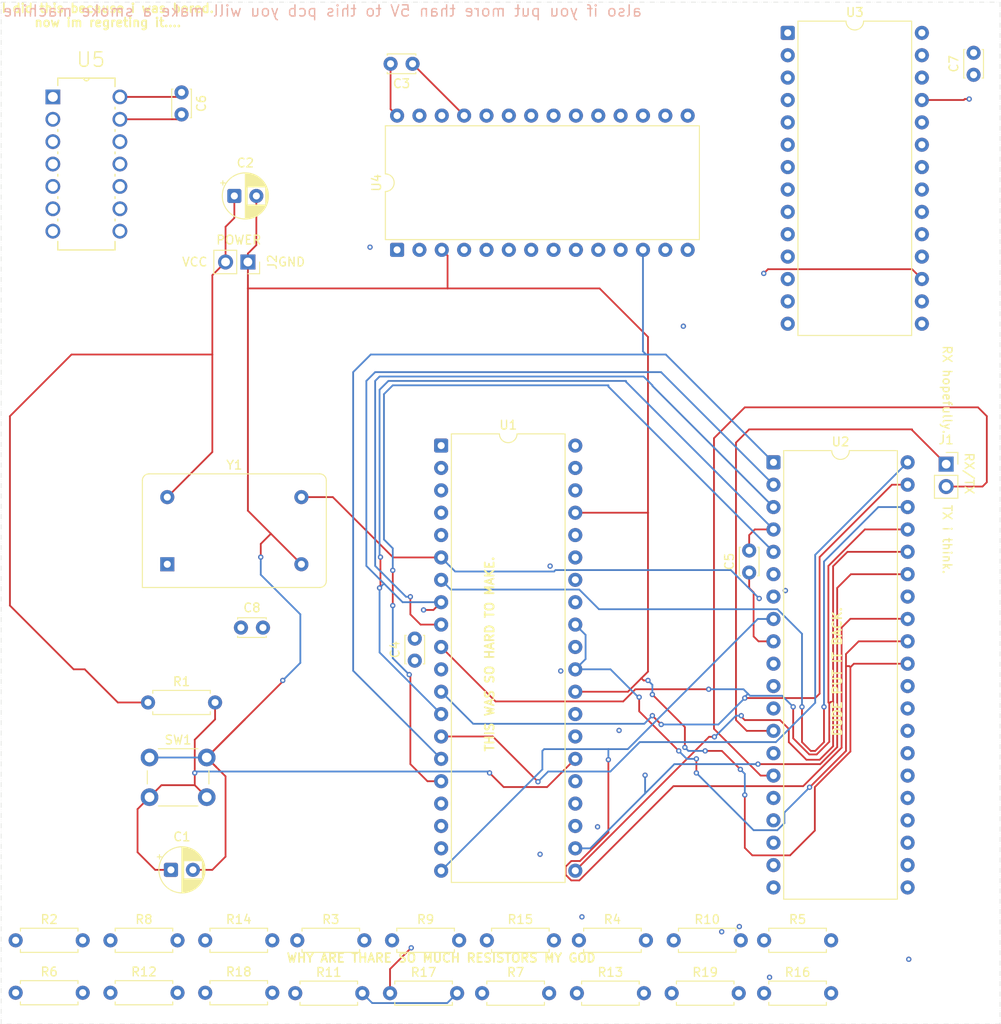
<source format=kicad_pcb>
(kicad_pcb (version 20241229) (generator "pcbnew") (generator_version "9.0")
  (layers (0 "F.Cu" signal) (4 "In1.Cu" signal) (6 "In2.Cu" signal) (2 "B.Cu" signal) (13 "F.Paste" user) (15 "B.Paste" user) (5 "F.SilkS" user "F.Silkscreen") (7 "B.SilkS" user "B.Silkscreen") (1 "F.Mask" user) (3 "B.Mask" user) (25 "Edge.Cuts" user))
  (net 0 "")
  (net 2 "Net-(U1-~{WAIT})")
  (net 3 "Net-(U1-~{HALT})")
  (net 4 "Net-(U1-~{NMI})")
  (net 5 "Net-(U1-A_{6})")
  (net 6 "Net-(U1-A_{1})")
  (net 7 "Net-(U1-A_{4})")
  (net 10 "Net-(U1-~{BUSREQ})")
  (net 11 "Net-(U1-~{BUSACK})")
  (net 13 "Net-(U1-A_{14})")
  (net 14 "Net-(U1-A_{5})")
  (net 15 "Net-(U1-~{RESET})")
  (net 16 "Net-(U1-A_{9})")
  (net 17 "Net-(U1-A_{10})")
  (net 18 "Net-(U1-CLK)")
  (net 20 "/GND")
  (net 21 "Net-(J1-Pin_1)")
  (net 22 "Net-(J1-Pin_2)")
  (net 23 "Net-(U1-~{INT})")
  (net 24 "Net-(U1-D_{1})")
  (net 25 "Net-(U1-~{IORQ})")
  (net 26 "Net-(U1-D_{4})")
  (net 27 "Net-(U2-IEO)")
  (net 28 "Net-(U2-IEI)")
  (net 29 "Net-(U2-~{SYNCA})")
  (net 30 "Net-(U2-~{W{slash}REQA})")
  (net 32 "Net-(U2-~{W{slash}REQB})")
  (net 33 "Net-(U2-~{DTR{slash}REQB})")
  (net 36 "Net-(U2-~{CTSB})")
  (net 37 "Net-(U2-~{DCDB})")
  (net 38 "Net-(U2-~{CTSA})")
  (net 39 "Net-(U2-~{DTR{slash}REQA})")
  (net 41 "Net-(U2-~{SYNCB})")
  (net 49 "Net-(J2-Pin_2)")
  (footprint "Resistor_THT:R_Axial_DIN0207_L6.3mm_D2.5mm_P7.62mm_Horizontal" (layer "F.Cu") (at 158.92 134.5)
    (property "Reference" "R13")
    (property "Value" "10k")
  )
  (footprint "Resistor_THT:R_Axial_DIN0207_L6.3mm_D2.5mm_P7.62mm_Horizontal" (layer "F.Cu") (at 148.69 128.5)
    (property "Reference" "R15")
    (property "Value" "10k")
  )
  (footprint "Resistor_THT:R_Axial_DIN0207_L6.3mm_D2.5mm_P7.62mm_Horizontal" (layer "F.Cu") (at 159.15 128.5)
    (property "Reference" "R4")
    (property "Value" "10k")
  )
  (footprint "Resistor_THT:R_Axial_DIN0207_L6.3mm_D2.5mm_P7.62mm_Horizontal" (layer "F.Cu") (at 148.15 134.5)
    (property "Reference" "R7")
    (property "Value" "10k")
  )
  (footprint "Resistor_THT:R_Axial_DIN0207_L6.3mm_D2.5mm_P7.62mm_Horizontal" (layer "F.Cu") (at 95.15 134.45)
    (property "Reference" "R6")
    (property "Value" "10k")
  )
  (footprint "Resistor_THT:R_Axial_DIN0207_L6.3mm_D2.5mm_P7.62mm_Horizontal" (layer "F.Cu") (at 127.15 128.5)
    (property "Reference" "R3")
    (property "Value" "10k")
  )
  (footprint "Capacitor_THT:C_Disc_D3.0mm_W2.0mm_P2.50mm" (layer "F.Cu") (at 114 32.25 -90)
    (property "Reference" "C6")
    (property "Value" "C_0.1µF")
  )
  (footprint "Resistor_THT:R_Axial_DIN0207_L6.3mm_D2.5mm_P7.62mm_Horizontal" (layer "F.Cu") (at 180.19 128.5)
    (property "Reference" "R5")
    (property "Value" "10k")
  )
  (footprint "Resistor_THT:R_Axial_DIN0207_L6.3mm_D2.5mm_P7.62mm_Horizontal" (layer "F.Cu") (at 126.92 134.5)
    (property "Reference" "R11")
    (property "Value" "10k")
  )
  (footprint "Capacitor_THT:CP_Radial_D5.0mm_P2.50mm" (layer "F.Cu") (at 112.7949 120.5)
    (property "Reference" "C1")
    (property "Value" "C_Polarized,10µF")
  )
  (footprint "Oscillator:Oscillator_DIP-14" (layer "F.Cu") (at 112.38 85.81)
    (property "Reference" "Y1")
    (property "Value" "GTXO-14T 4MHZ")
  )
  (footprint "Resistor_THT:R_Axial_DIN0207_L6.3mm_D2.5mm_P7.62mm_Horizontal" (layer "F.Cu") (at 95.15 128.5)
    (property "Reference" "R2")
    (property "Value" "10k")
  )
  (footprint "Capacitor_THT:CP_Radial_D5.0mm_P2.50mm" (layer "F.Cu") (at 120 44)
    (property "Reference" "C2")
    (property "Value" "C_Polarized,22µF")
  )
  (footprint "Resistor_THT:R_Axial_DIN0207_L6.3mm_D2.5mm_P7.62mm_Horizontal" (layer "F.Cu") (at 137.92 128.5)
    (property "Reference" "R9")
    (property "Value" "10k")
  )
  (footprint "Package_DIP:DIP-40_W15.24mm" (layer "F.Cu") (at 143.5 72.34)
    (property "Reference" "U1")
    (property "Value" "Z84C0020PEC")
  )
  (footprint "Resistor_THT:R_Axial_DIN0207_L6.3mm_D2.5mm_P7.62mm_Horizontal" (layer "F.Cu") (at 116.69 128.5)
    (property "Reference" "R14")
    (property "Value" "10k")
  )
  (footprint "Resistor_THT:R_Axial_DIN0207_L6.3mm_D2.5mm_P7.62mm_Horizontal" (layer "F.Cu") (at 180.19 134.5)
    (property "Reference" "R16")
    (property "Value" "10k")
  )
  (footprint "Resistor_THT:R_Axial_DIN0207_L6.3mm_D2.5mm_P7.62mm_Horizontal" (layer "F.Cu") (at 169.92 128.5)
    (property "Reference" "R10")
    (property "Value" "10k")
  )
  (footprint "Resistor_THT:R_Axial_DIN0207_L6.3mm_D2.5mm_P7.62mm_Horizontal" (layer "F.Cu") (at 105.92 134.45)
    (property "Reference" "R12")
    (property "Value" "10k")
  )
  (footprint "Package_DIP:DIP-40_W15.24mm" (layer "F.Cu") (at 181.26 74.24)
    (property "Reference" "U2")
    (property "Value" "Z8530")
  )
  (footprint "Connector_PinSocket_2.54mm:PinSocket_1x02_P2.54mm_Vertical" (layer "F.Cu") (at 200.88 74.45)
    (property "Reference" "J1")
    (property "Value" "Conn_01x02_Pin")
  )
  (footprint "Package_DIP:DIP-28_W15.24mm" (layer "F.Cu") (at 182.88 25.49)
    (property "Reference" "U3")
    (property "Value" "KM62256CLP")
  )
  (footprint "Resistor_THT:R_Axial_DIN0207_L6.3mm_D2.5mm_P7.62mm_Horizontal" (layer "F.Cu") (at 105.92 128.5)
    (property "Reference" "R8")
    (property "Value" "10k")
  )
  (footprint "Capacitor_THT:C_Disc_D3.0mm_W2.0mm_P2.50mm" (layer "F.Cu") (at 178.5 86.75 90)
    (property "Reference" "C5")
    (property "Value" "C_0.1µF")
  )
  (footprint "Package_DIP:DIP-28_W15.24mm" (layer "F.Cu") (at 138.49 50.12 90)
    (property "Reference" "U4")
    (property "Value" "27C256")
  )
  (footprint "Resistor_THT:R_Axial_DIN0207_L6.3mm_D2.5mm_P7.62mm_Horizontal" (layer "F.Cu") (at 116.69 134.45)
    (property "Reference" "R18")
    (property "Value" "10k")
  )
  (footprint "Connector_PinSocket_2.54mm:PinSocket_1x02_P2.54mm_Vertical" (layer "F.Cu") (at 121.54 51.5 -90)
    (property "Reference" "J2")
    (property "Value" "Conn_01x02_Pin")
  )
  (footprint "Resistor_THT:R_Axial_DIN0207_L6.3mm_D2.5mm_P7.62mm_Horizontal" (layer "F.Cu") (at 137.69 134.5)
    (property "Reference" "R17")
    (property "Value" "10k")
  )
  (footprint "Capacitor_THT:C_Disc_D3.0mm_W2.0mm_P2.50mm" (layer "F.Cu") (at 204 30.25 90)
    (property "Reference" "C7")
    (property "Value" "C_0.1µF")
  )
  (footprint "Resistor_THT:R_Axial_DIN0207_L6.3mm_D2.5mm_P7.62mm_Horizontal" (layer "F.Cu") (at 169.69 134.5)
    (property "Reference" "R19")
    (property "Value" "10k")
  )
  (footprint "Capacitor_THT:C_Disc_D3.0mm_W2.0mm_P2.50mm" (layer "F.Cu") (at 140.25 29 180)
    (property "Reference" "C3")
    (property "Value" "C_0.1µF")
  )
  (footprint "Button_Switch_THT:SW_PUSH_6mm" (layer "F.Cu") (at 110.3602 107.75)
    (property "Reference" "SW1")
    (property "Value" "SW_Push")
  )
  (footprint "74HC04N_652 (1):DIP254P762X420-14" (layer "F.Cu") (at 107 48)
    (property "Reference" "U5")
    (property "Value" "74HC04N_652")
  )
  (footprint "Resistor_THT:R_Axial_DIN0207_L6.3mm_D2.5mm_P7.62mm_Horizontal" (layer "F.Cu") (at 110.19 101.5)
    (property "Reference" "R1")
    (property "Value" "10k")
  )
  (footprint "Capacitor_THT:C_Disc_D3.0mm_W2.0mm_P2.50mm" (layer "F.Cu") (at 140.5 96.75 90)
    (property "Reference" "C4")
    (property "Value" "C_0.1µF")
  )
  (footprint "Capacitor_THT:C_Disc_D3.0mm_W2.0mm_P2.50mm" (layer "F.Cu") (at 120.75 93)
    (property "Reference" "C8")
    (property "Value" "C_0.1µF")
  )
  (gr_rect (start 93.5 22) (end 207 138) (stroke (width 0.05) (type dash_dot_dot)) (fill no) (layer "Edge.Cuts"))
  (gr_text "TX i think." (at 201 83 270) (layer "F.SilkS") (effects (font (size 1 1))))
  (gr_text "WHY ARE THARE SO MUCH RESISTORS MY GOD" (at 143.5 130.5 0) (layer "F.SilkS") (effects (font (size 1 1) (thickness 0.2) (bold yes))))
  (gr_text "POWER" (at 120.5 49 0) (layer "F.SilkS") (effects (font (size 1 1))))
  (gr_text "I did this because i was bored. \nnow im regreting it.... " (at 106 23.5 0) (layer "F.SilkS") (effects (font (size 1 1) (thickness 0.2) (bold yes))))
  (gr_text "RX/TX" (at 203.5 75.5 270) (layer "F.SilkS") (effects (font (size 1 1))))
  (gr_text "VCC" (at 115.5 51.5 0) (layer "F.SilkS") (effects (font (size 1 1))))
  (gr_text "GND" (at 126.5 51.5 0) (layer "F.SilkS") (effects (font (size 1 1))))
  (gr_text "DUDE PUT IT BACK." (at 188.5 98 90) (layer "F.SilkS") (effects (font (size 1 1) (thickness 0.2) (bold yes))))
  (gr_text "THIS WAS SO HARD TO MAKE." (at 149 96 90) (layer "F.SilkS") (effects (font (size 1 1) (thickness 0.2) (bold yes))))
  (gr_text "RX hopefully." (at 201 66 270) (layer "F.SilkS") (effects (font (size 1 1))))
  (gr_text "also if you put more than 5V to this pcb you will make a smoke machine" (at 130 23 0) (layer "B.SilkS") (effects (font (size 1.27 1.27)) (justify mirror)))
  (via (at 161.2715 115.6156) (size 0.6) (drill 0.3) (layers "F.Cu" "B.Cu") (net 4))
  (segment (start 141.16 92.66) (end 143.5 92.66) (width 0.2) (layer "F.Cu") (net 5))
  (segment (start 140 91.5) (end 141.16 92.66) (width 0.2) (layer "F.Cu") (net 5))
  (segment (start 180.633 52.3187) (end 197.009 52.3187) (width 0.2) (layer "F.Cu") (net 5))
  (segment (start 140 89.5) (end 140 91.5) (width 0.2) (layer "F.Cu") (net 5))
  (segment (start 180.157 52.795) (end 180.633 52.3187) (width 0.2) (layer "F.Cu") (net 5))
  (segment (start 197.009 52.3187) (end 198.12 53.43) (width 0.2) (layer "F.Cu") (net 5))
  (via (at 180.157 52.795) (size 0.6) (drill 0.3) (layers "F.Cu" "B.Cu") (net 5))
  (via (at 140 89.5) (size 0.6) (drill 0.3) (layers "F.Cu" "B.Cu") (net 5))
  (segment (start 181.26 79.32) (end 167.5 65.56) (width 0.2) (layer "B.Cu") (net 5))
  (segment (start 167.5 65.56) (end 167.5 65.5) (width 0.2) (layer "B.Cu") (net 5))
  (segment (start 136.5 64.5) (end 136 65) (width 0.2) (layer "B.Cu") (net 5))
  (segment (start 136 86) (end 139.5 89.5) (width 0.2) (layer "B.Cu") (net 5))
  (segment (start 167.5 65.5) (end 166.5 64.5) (width 0.2) (layer "B.Cu") (net 5))
  (segment (start 139.5 89.5) (end 140 89.5) (width 0.2) (layer "B.Cu") (net 5))
  (segment (start 136 65) (end 136 86) (width 0.2) (layer "B.Cu") (net 5))
  (segment (start 166.5 64.5) (end 136.5 64.5) (width 0.2) (layer "B.Cu") (net 5))
  (segment (start 188.5 106.567) (end 186.784 108.284) (width 0.2) (layer "F.Cu") (net 7))
  (segment (start 186.567 108.5) (end 179.5 108.5) (width 0.2) (layer "F.Cu") (net 7))
  (segment (start 196.5 86.94) (end 190.06 86.94) (width 0.2) (layer "F.Cu") (net 7))
  (segment (start 190.06 86.94) (end 188.5 88.5) (width 0.2) (layer "F.Cu") (net 7))
  (segment (start 186.784 108.284) (end 186.567 108.5) (width 0.2) (layer "F.Cu") (net 7))
  (segment (start 188.5 88.5) (end 188.5 106.567) (width 0.2) (layer "F.Cu") (net 7))
  (via (at 166.6725 109.7584) (size 0.6) (drill 0.3) (layers "F.Cu" "B.Cu") (net 7))
  (via (at 179.5 108.5) (size 0.6) (drill 0.3) (layers "F.Cu" "B.Cu") (net 7))
  (segment (start 170 108.5) (end 166.6725 111.8275) (width 0.2) (layer "B.Cu") (net 7))
  (segment (start 166.6725 111.8275) (end 160.44 118.06) (width 0.2) (layer "B.Cu") (net 7))
  (segment (start 179.5 108.5) (end 170 108.5) (width 0.2) (layer "B.Cu") (net 7))
  (segment (start 166.6725 111.8275) (end 166.6725 109.7584) (width 0.2) (layer "B.Cu") (net 7))
  (segment (start 160.44 118.06) (end 158.74 118.06) (width 0.2) (layer "B.Cu") (net 7))
  (via (at 159.4974 125.8374) (size 0.6) (drill 0.3) (layers "F.Cu" "B.Cu") (net 10))
  (segment (start 149.36 105.36) (end 143.5 105.36) (width 0.2) (layer "F.Cu") (net 14))
  (segment (start 154.5 110.5) (end 149.36 105.36) (width 0.2) (layer "F.Cu") (net 14))
  (via (at 155.88 86.0185) (size 0.6) (drill 0.3) (layers "F.Cu" "B.Cu") (net 14))
  (via (at 154.5 110.5) (size 0.6) (drill 0.3) (layers "F.Cu" "B.Cu") (net 14))
  (segment (start 155.661 109.339) (end 154.5 110.5) (width 0.2) (layer "B.Cu") (net 14))
  (segment (start 196.5 74.24) (end 186 84.74) (width 0.2) (layer "B.Cu") (net 14))
  (segment (start 166.067 106) (end 162.728 109.339) (width 0.2) (layer "B.Cu") (net 14))
  (segment (start 186 101.537) (end 181.537 106) (width 0.2) (layer "B.Cu") (net 14))
  (segment (start 162.728 109.339) (end 155.661 109.339) (width 0.2) (layer "B.Cu") (net 14))
  (segment (start 186 84.74) (end 186 101.537) (width 0.2) (layer "B.Cu") (net 14))
  (segment (start 181.537 106) (end 166.067 106) (width 0.2) (layer "B.Cu") (net 14))
  (segment (start 149 109.5) (end 150.601 111.101) (width 0.2) (layer "F.Cu") (net 15))
  (segment (start 115.5 105.73) (end 117.81 103.42) (width 0.2) (layer "F.Cu") (net 15))
  (segment (start 110.3602 112.25) (end 110.3601 112.2499) (width 0.2) (layer "F.Cu") (net 15))
  (segment (start 150.601 111.101) (end 155.539 111.101) (width 0.2) (layer "F.Cu") (net 15))
  (segment (start 116.8602 112.25) (end 116.86 112.25) (width 0.2) (layer "F.Cu") (net 15))
  (segment (start 112.795 120.5) (end 112.7949 120.5) (width 0.2) (layer "F.Cu") (net 15))
  (segment (start 115.5 109.5) (end 115.5 110.89) (width 0.2) (layer "F.Cu") (net 15))
  (segment (start 115.5 110.89) (end 116.86 112.25) (width 0.2) (layer "F.Cu") (net 15))
  (segment (start 117.81 103.42) (end 117.81 101.5) (width 0.2) (layer "F.Cu") (net 15))
  (segment (start 111.72 110.89) (end 115.5 110.89) (width 0.2) (layer "F.Cu") (net 15))
  (segment (start 109 118.5) (end 109 113.61) (width 0.2) (layer "F.Cu") (net 15))
  (segment (start 109 113.61) (end 110.3601 112.2499) (width 0.2) (layer "F.Cu") (net 15))
  (segment (start 115.5 109.5) (end 115.5 105.73) (width 0.2) (layer "F.Cu") (net 15))
  (segment (start 112.7949 120.5) (end 111 120.5) (width 0.2) (layer "F.Cu") (net 15))
  (segment (start 111 120.5) (end 109 118.5) (width 0.2) (layer "F.Cu") (net 15))
  (segment (start 155.539 111.101) (end 158.74 107.9) (width 0.2) (layer "F.Cu") (net 15))
  (segment (start 110.3601 112.2499) (end 111.72 110.89) (width 0.2) (layer "F.Cu") (net 15))
  (via (at 149 109.5) (size 0.6) (drill 0.3) (layers "F.Cu" "B.Cu") (net 15))
  (via (at 115.5 109.5) (size 0.6) (drill 0.3) (layers "F.Cu" "B.Cu") (net 15))
  (segment (start 148.839 109.339) (end 149 109.5) (width 0.2) (layer "B.Cu") (net 15))
  (segment (start 115.5 109.5) (end 115.661 109.339) (width 0.2) (layer "B.Cu") (net 15))
  (segment (start 115.661 109.339) (end 148.839 109.339) (width 0.2) (layer "B.Cu") (net 15))
  (segment (start 168.5 104) (end 167.5 103) (width 0.2) (layer "F.Cu") (net 17))
  (segment (start 164.186 101.381) (end 149.681 101.381) (width 0.2) (layer "F.Cu") (net 17))
  (segment (start 188.034 101.434) (end 187.768 101.434) (width 0.2) (layer "F.Cu") (net 17))
  (segment (start 183.5 105.567) (end 183.5 102) (width 0.2) (layer "F.Cu") (net 17))
  (segment (start 182 103.5) (end 178 103.5) (width 0.2) (layer "F.Cu") (net 17))
  (segment (start 183 106) (end 183 104.5) (width 0.2) (layer "F.Cu") (net 17))
  (segment (start 165.567 100) (end 164.186 101.381) (width 0.2) (layer "F.Cu") (net 17))
  (segment (start 188.034 106.466) (end 186.5 108) (width 0.2) (layer "F.Cu") (net 17))
  (segment (start 173.94 105.4) (end 158.74 120.6) (width 0.2) (layer "F.Cu") (net 17))
  (segment (start 185 108) (end 183 106) (width 0.2) (layer "F.Cu") (net 17))
  (segment (start 187.5 101.5) (end 187.601 101.601) (width 0.2) (layer "F.Cu") (net 17))
  (segment (start 186 101) (end 178 101) (width 0.2) (layer "F.Cu") (net 17))
  (segment (start 196.5 84.4) (end 189.667 84.4) (width 0.2) (layer "F.Cu") (net 17))
  (segment (start 187.601 101.601) (end 187.601 105.966) (width 0.2) (layer "F.Cu") (net 17))
  (segment (start 173.9 100) (end 165.567 100) (width 0.2) (layer "F.Cu") (net 17))
  (segment (start 191.64 81.86) (end 187.5 86) (width 0.2) (layer "F.Cu") (net 17))
  (segment (start 178 103.5) (end 177.6 103.1) (width 0.2) (layer "F.Cu") (net 17))
  (segment (start 149.681 101.381) (end 143.5 95.2) (width 0.2) (layer "F.Cu") (net 17))
  (segment (start 174.551 105.4) (end 173.94 105.4) (width 0.2) (layer "F.Cu") (net 17))
  (segment (start 185.334 107.401) (end 183.5 105.567) (width 0.2) (layer "F.Cu") (net 17))
  (segment (start 177.6 103.1) (end 177.6 103) (width 0.2) (layer "F.Cu") (net 17))
  (segment (start 196.5 81.86) (end 191.64 81.86) (width 0.2) (layer "F.Cu") (net 17))
  (segment (start 189.667 84.4) (end 188.034 86.0336) (width 0.2) (layer "F.Cu") (net 17))
  (segment (start 196.5 76.78) (end 194.72 76.78) (width 0.2) (layer "F.Cu") (net 17))
  (segment (start 186.5 108) (end 185 108) (width 0.2) (layer "F.Cu") (net 17))
  (segment (start 187.768 101.434) (end 187.601 101.601) (width 0.2) (layer "F.Cu") (net 17))
  (segment (start 183 104.5) (end 182 103.5) (width 0.2) (layer "F.Cu") (net 17))
  (segment (start 194.72 76.78) (end 186.5 85) (width 0.2) (layer "F.Cu") (net 17))
  (segment (start 186.5 100.5) (end 186 101) (width 0.2) (layer "F.Cu") (net 17))
  (segment (start 186.5 85) (end 186.5 100.5) (width 0.2) (layer "F.Cu") (net 17))
  (segment (start 187.601 105.966) (end 186.166 107.401) (width 0.2) (layer "F.Cu") (net 17))
  (segment (start 188.034 86.0336) (end 188.034 101.434) (width 0.2) (layer "F.Cu") (net 17))
  (segment (start 187.5 86) (end 187.5 101.5) (width 0.2) (layer "F.Cu") (net 17))
  (segment (start 186.166 107.401) (end 185.334 107.401) (width 0.2) (layer "F.Cu") (net 17))
  (segment (start 188.034 101.434) (end 188.034 106.466) (width 0.2) (layer "F.Cu") (net 17))
  (via (at 167.5 103) (size 0.6) (drill 0.3) (layers "F.Cu" "B.Cu") (net 17))
  (via (at 174.551 105.4) (size 0.6) (drill 0.3) (layers "F.Cu" "B.Cu") (net 17))
  (via (at 173.9 100) (size 0.6) (drill 0.3) (layers "F.Cu" "B.Cu") (net 17))
  (via (at 178 101) (size 0.6) (drill 0.3) (layers "F.Cu" "B.Cu") (net 17))
  (via (at 168.5 104) (size 0.6) (drill 0.3) (layers "F.Cu" "B.Cu") (net 17))
  (via (at 177.6 103) (size 0.6) (drill 0.3) (layers "F.Cu" "B.Cu") (net 17))
  (via (at 183.5 102) (size 0.6) (drill 0.3) (layers "F.Cu" "B.Cu") (net 17))
  (segment (start 167.5 103) (end 166.579 103.921) (width 0.2) (layer "B.Cu") (net 17))
  (segment (start 178 100.874) (end 178.362 100.512) (width 0.2) (layer "B.Cu") (net 17))
  (segment (start 178.591 100.741) (end 178.362 100.512) (width 0.2) (layer "B.Cu") (net 17))
  (segment (start 177.85 100) (end 173.9 100) (width 0.2) (layer "B.Cu") (net 17))
  (segment (start 166.579 103.921) (end 147.141 103.921) (width 0.2) (layer "B.Cu") (net 17))
  (segment (start 178.362 100.512) (end 177.85 100) (width 0.2) (layer "B.Cu") (net 17))
  (segment (start 177 103) (end 174.6 105.4) (width 0.2) (layer "B.Cu") (net 17))
  (segment (start 182.241 100.741) (end 178.591 100.741) (width 0.2) (layer "B.Cu") (net 17))
  (segment (start 147.141 103.921) (end 143.5 100.28) (width 0.2) (layer "B.Cu") (net 17))
  (segment (start 178 101) (end 175 104) (width 0.2) (layer "B.Cu") (net 17))
  (segment (start 183.5 102) (end 182.241 100.741) (width 0.2) (layer "B.Cu") (net 17))
  (segment (start 175 104) (end 168.5 104) (width 0.2) (layer "B.Cu") (net 17))
  (segment (start 177.6 103) (end 177 103) (width 0.2) (layer "B.Cu") (net 17))
  (segment (start 178 101) (end 178 100.874) (width 0.2) (layer "B.Cu") (net 17))
  (segment (start 174.6 105.4) (end 174.551 105.4) (width 0.2) (layer "B.Cu") (net 17))
  (segment (start 131.19 78.19) (end 138.04 85.04) (width 0.2) (layer "F.Cu") (net 18))
  (segment (start 127.62 78.19) (end 131.19 78.19) (width 0.2) (layer "F.Cu") (net 18))
  (segment (start 138.04 85.04) (end 143.5 85.04) (width 0.2) (layer "F.Cu") (net 18))
  (via (at 179.6353 89.6933) (size 0.6) (drill 0.3) (layers "F.Cu" "B.Cu") (net 18))
  (segment (start 176.415 86.473) (end 179.6353 89.6933) (width 0.2) (layer "B.Cu") (net 18))
  (segment (start 143.5 85.04) (end 145.096 86.636) (width 0.2) (layer "B.Cu") (net 18))
  (segment (start 156.487 86.473) (end 176.415 86.473) (width 0.2) (layer "B.Cu") (net 18))
  (segment (start 156.324 86.636) (end 156.487 86.473) (width 0.2) (layer "B.Cu") (net 18))
  (segment (start 145.096 86.636) (end 156.324 86.636) (width 0.2) (layer "B.Cu") (net 18))
  (segment (start 116.86 107.75) (end 121.18 103.43) (width 0.2) (layer "F.Cu") (net 20))
  (segment (start 124.155 82.345) (end 121.54 79.73) (width 0.2) (layer "F.Cu") (net 20))
  (segment (start 158.74 79.96) (end 167 79.96) (width 0.2) (layer "F.Cu") (net 20))
  (segment (start 117.5 120.5) (end 119 119) (width 0.2) (layer "F.Cu") (net 20))
  (segment (start 178.5 82.5) (end 178.5 84.25) (width 0.2) (layer "F.Cu") (net 20))
  (segment (start 115.295 120.5) (end 117.5 120.5) (width 0.2) (layer "F.Cu") (net 20))
  (segment (start 117.395 108.285) (end 117.1275 108.0175) (width 0.2) (layer "F.Cu") (net 20))
  (segment (start 190 97.5) (end 190 107.067) (width 0.2) (layer "F.Cu") (net 20))
  (segment (start 121.54 79.73) (end 121.54 54.5) (width 0.2) (layer "F.Cu") (net 20))
  (segment (start 117.1275 108.0175) (end 116.86 107.75) (width 0.2) (layer "F.Cu") (net 20))
  (segment (start 161.5 54.5) (end 167 60) (width 0.2) (layer "F.Cu") (net 20))
  (segment (start 171.193 104.293) (end 167.5 100.6) (width 0.2) (layer "F.Cu") (net 20))
  (segment (start 172.5 109.5) (end 172.5 107.9) (width 0.2) (layer "F.Cu") (net 20))
  (segment (start 177.5 109.1) (end 175.4 107) (width 0.2) (layer "F.Cu") (net 20))
  (segment (start 107 35.3) (end 113.45 35.3) (width 0.2) (layer "F.Cu") (net 20))
  (segment (start 189.87 97.37) (end 190 97.5) (width 0.2) (layer "F.Cu") (net 20))
  (segment (start 175.4 107) (end 173.5 107) (width 0.2) (layer "F.Cu") (net 20))
  (segment (start 117.93 108.82) (end 117.395 108.285) (width 0.2) (layer "F.Cu") (net 20))
  (segment (start 117.93 108.82) (end 117.395 108.285) (width 0.2) (layer "F.Cu") (net 20))
  (segment (start 143.57 50.12) (end 144.226 50.7757) (width 0.2) (layer "F.Cu") (net 20))
  (segment (start 117.395 108.285) (end 117.1275 108.0175) (width 0.2) (layer "F.Cu") (net 20))
  (segment (start 171.193 106.6) (end 171.193 104.293) (width 0.2) (layer "F.Cu") (net 20))
  (segment (start 116.8602 107.7502) (end 116.8602 107.75) (width 0.2) (layer "F.Cu") (net 20))
  (segment (start 190.94 94.56) (end 189.5 96) (width 0.2) (layer "F.Cu") (net 20))
  (segment (start 190 107.067) (end 185.959 111.108) (width 0.2) (layer "F.Cu") (net 20))
  (segment (start 121.54 51.5) (end 121.54 50.54) (width 0.2) (layer "F.Cu") (net 20))
  (segment (start 203 33) (end 202.89 33.11) (width 0.2) (layer "F.Cu") (net 20))
  (segment (start 189.5 97.37) (end 189.87 97.37) (width 0.2) (layer "F.Cu") (net 20))
  (segment (start 196.5 97.1) (end 190.4 97.1) (width 0.2) (layer "F.Cu") (net 20))
  (segment (start 119 119) (end 119 109.89) (width 0.2) (layer "F.Cu") (net 20))
  (segment (start 115.2949 120.5) (end 115.295 120.5) (width 0.2) (layer "F.Cu") (net 20))
  (segment (start 117.1275 108.0175) (end 116.86 107.75) (width 0.2) (layer "F.Cu") (net 20))
  (segment (start 119 109.89) (end 117.93 108.82) (width 0.2) (layer "F.Cu") (net 20))
  (segment (start 179.14 81.86) (end 178.5 82.5) (width 0.2) (layer "F.Cu") (net 20))
  (segment (start 178.859 118.859) (end 178 118) (width 0.2) (layer "F.Cu") (net 20))
  (segment (start 189.5 97.37) (end 189.5 107) (width 0.2) (layer "F.Cu") (net 20))
  (segment (start 143.5 90.12) (end 142.62 91) (width 0.2) (layer "F.Cu") (net 20))
  (segment (start 136.6 85) (end 136.6 88.4) (width 0.2) (layer "F.Cu") (net 20))
  (segment (start 122.5 49.58) (end 122.5 44) (width 0.2) (layer "F.Cu") (net 20))
  (segment (start 123 83.5) (end 124.155 82.345) (width 0.2) (layer "F.Cu") (net 20))
  (segment (start 167 60) (end 167 79.96) (width 0.2) (layer "F.Cu") (net 20))
  (segment (start 183.141 118.859) (end 178.859 118.859) (width 0.2) (layer "F.Cu") (net 20))
  (segment (start 185.376 111.124) (end 185.358 111.124) (width 0.2) (layer "F.Cu") (net 20))
  (segment (start 117.1275 108.0175) (end 116.8602 107.7502) (width 0.2) (layer "F.Cu") (net 20))
  (segment (start 167 99) (end 166.5 99) (width 0.2) (layer "F.Cu") (net 20))
  (segment (start 166.5 99) (end 166.25 98.75) (width 0.2) (layer "F.Cu") (net 20))
  (segment (start 121.54 54.5) (end 121.54 51.5) (width 0.2) (layer "F.Cu") (net 20))
  (segment (start 116.86 107.75) (end 121.18 103.43) (width 0.2) (layer "F.Cu") (net 20))
  (segment (start 203.5 33) (end 203 33) (width 0.2) (layer "F.Cu") (net 20))
  (segment (start 123 85) (end 123 83.5) (width 0.2) (layer "F.Cu") (net 20))
  (segment (start 185.959 116.041) (end 183.141 118.859) (width 0.2) (layer "F.Cu") (net 20))
  (segment (start 181.26 81.86) (end 179.14 81.86) (width 0.2) (layer "F.Cu") (net 20))
  (segment (start 121.54 54.5) (end 144.226 54.5) (width 0.2) (layer "F.Cu") (net 20))
  (segment (start 144.226 54.5) (end 161.5 54.5) (width 0.2) (layer "F.Cu") (net 20))
  (segment (start 136.6 88.4) (end 136.5 88.5) (width 0.2) (layer "F.Cu") (net 20))
  (segment (start 189.5 107) (end 185.376 111.124) (width 0.2) (layer "F.Cu") (net 20))
  (segment (start 121.18 103.43) (end 125.5 99.1102) (width 0.2) (layer "F.Cu") (net 20))
  (segment (start 189.5 96) (end 189.5 97.37) (width 0.2) (layer "F.Cu") (net 20))
  (segment (start 166.25 98.75) (end 164.72 100.28) (width 0.2) (layer "F.Cu") (net 20))
  (segment (start 178 118) (end 178 112) (width 0.2) (layer "F.Cu") (net 20))
  (segment (start 167 79.96) (end 167 98) (width 0.2) (layer "F.Cu") (net 20))
  (segment (start 117.1275 108.0175) (end 116.86 107.75) (width 0.2) (layer "F.Cu") (net 20))
  (segment (start 167 98) (end 166.25 98.75) (width 0.2) (layer "F.Cu") (net 20))
  (segment (start 196.5 94.56) (end 190.94 94.56) (width 0.2) (layer "F.Cu") (net 20))
  (segment (start 117.395 108.285) (end 117.1275 108.0175) (width 0.2) (layer "F.Cu") (net 20))
  (segment (start 185.959 111.108) (end 185.959 116.041) (width 0.2) (layer "F.Cu") (net 20))
  (segment (start 142.62 91) (end 141.5 91) (width 0.2) (layer "F.Cu") (net 20))
  (segment (start 170.5 107) (end 166 102.5) (width 0.2) (layer "F.Cu") (net 20))
  (segment (start 121.54 50.54) (end 122.5 49.58) (width 0.2) (layer "F.Cu") (net 20))
  (segment (start 166 102.5) (end 166 100.9) (width 0.2) (layer "F.Cu") (net 20))
  (segment (start 146.11 34.86) (end 146.11 34.88) (width 0.2) (layer "F.Cu") (net 20))
  (segment (start 190.4 97.1) (end 190 97.5) (width 0.2) (layer "F.Cu") (net 20))
  (segment (start 125.5 99.1102) (end 125.5 99) (width 0.2) (layer "F.Cu") (net 20))
  (segment (start 140.25 29) (end 146.11 34.86) (width 0.2) (layer "F.Cu") (net 20))
  (segment (start 164.72 100.28) (end 158.74 100.28) (width 0.2) (layer "F.Cu") (net 20))
  (segment (start 127.62 85.81) (end 124.155 82.345) (width 0.2) (layer "F.Cu") (net 20))
  (segment (start 113.45 35.3) (end 114 34.75) (width 0.2) (layer "F.Cu") (net 20))
  (segment (start 202.89 33.11) (end 198.12 33.11) (width 0.2) (layer "F.Cu") (net 20))
  (segment (start 144.226 50.7757) (end 144.226 54.5) (width 0.2) (layer "F.Cu") (net 20))
  (via (at 171.193 106.6) (size 0.6) (drill 0.3) (layers "F.Cu" "B.Cu") (net 20))
  (via (at 167 99) (size 0.6) (drill 0.3) (layers "F.Cu" "B.Cu") (net 20))
  (via (at 136.5 88.5) (size 0.6) (drill 0.3) (layers "F.Cu" "B.Cu") (net 20))
  (via (at 185.358 111.124) (size 0.6) (drill 0.3) (layers "F.Cu" "B.Cu") (net 20))
  (via (at 172.5 109.5) (size 0.6) (drill 0.3) (layers "F.Cu" "B.Cu") (net 20))
  (via (at 141.5 91) (size 0.6) (drill 0.3) (layers "F.Cu" "B.Cu") (net 20))
  (via (at 177.5 109.1) (size 0.6) (drill 0.3) (layers "F.Cu" "B.Cu") (net 20))
  (via (at 170.5 107) (size 0.6) (drill 0.3) (layers "F.Cu" "B.Cu") (net 20))
  (via (at 203.5 33) (size 0.6) (drill 0.3) (layers "F.Cu" "B.Cu") (net 20))
  (via (at 125.5 99) (size 0.6) (drill 0.3) (layers "F.Cu" "B.Cu") (net 20))
  (via (at 167.5 100.6) (size 0.6) (drill 0.3) (layers "F.Cu" "B.Cu") (net 20))
  (via (at 178 112) (size 0.6) (drill 0.3) (layers "F.Cu" "B.Cu") (net 20))
  (via (at 123 85) (size 0.6) (drill 0.3) (layers "F.Cu" "B.Cu") (net 20))
  (via (at 172.5 107.9) (size 0.6) (drill 0.3) (layers "F.Cu" "B.Cu") (net 20))
  (via (at 173.5 107) (size 0.6) (drill 0.3) (layers "F.Cu" "B.Cu") (net 20))
  (via (at 136.6 85) (size 0.6) (drill 0.3) (layers "F.Cu" "B.Cu") (net 20))
  (via (at 166 100.9) (size 0.6) (drill 0.3) (layers "F.Cu" "B.Cu") (net 20))
  (segment (start 158.74 92.66) (end 159.91 93.8298) (width 0.2) (layer "B.Cu") (net 20))
  (segment (start 136.5 95.82) (end 143.5 102.82) (width 0.2) (layer "B.Cu") (net 20))
  (segment (start 167.5 100.6) (end 167.5 99.5) (width 0.2) (layer "B.Cu") (net 20))
  (segment (start 137 88) (end 139.12 90.12) (width 0.2) (layer "B.Cu") (net 20))
  (segment (start 182.5 114) (end 182.5 115.197) (width 0.2) (layer "B.Cu") (net 20))
  (segment (start 127.5 91.5) (end 123 87) (width 0.2) (layer "B.Cu") (net 20))
  (segment (start 167.5 99.5) (end 167 99) (width 0.2) (layer "B.Cu") (net 20))
  (segment (start 179 116) (end 172.5 109.5) (width 0.2) (layer "B.Cu") (net 20))
  (segment (start 136.5 88.5) (end 136.5 95.82) (width 0.2) (layer "B.Cu") (net 20))
  (segment (start 159.91 93.8298) (end 159.91 96.5702) (width 0.2) (layer "B.Cu") (net 20))
  (segment (start 110.36 107.75) (end 116.86 107.75) (width 0.2) (layer "B.Cu") (net 20))
  (segment (start 116.8602 107.75) (end 116.86 107.75) (width 0.2) (layer "B.Cu") (net 20))
  (segment (start 135 86) (end 137 88) (width 0.2) (layer "B.Cu") (net 20))
  (segment (start 178 112) (end 178 109.6) (width 0.2) (layer "B.Cu") (net 20))
  (segment (start 172.5 107.9) (end 171.4 107.9) (width 0.2) (layer "B.Cu") (net 20))
  (segment (start 127.5 97) (end 127.5 91.5) (width 0.2) (layer "B.Cu") (net 20))
  (segment (start 178 109.6) (end 177.5 109.1) (width 0.2) (layer "B.Cu") (net 20))
  (segment (start 182.5 115.197) (end 181.697 116) (width 0.2) (layer "B.Cu") (net 20))
  (segment (start 168.5 64.02) (end 168.5 64) (width 0.2) (layer "B.Cu") (net 20))
  (segment (start 185.358 111.124) (end 185.358 111.142) (width 0.2) (layer "B.Cu") (net 20))
  (segment (start 125.5 99) (end 127.5 97) (width 0.2) (layer "B.Cu") (net 20))
  (segment (start 171.4 107.9) (end 170.5 107) (width 0.2) (layer "B.Cu") (net 20))
  (segment (start 171.593 107) (end 171.193 106.6) (width 0.2) (layer "B.Cu") (net 20))
  (segment (start 159.91 96.5702) (end 158.74 97.74) (width 0.2) (layer "B.Cu") (net 20))
  (segment (start 168.5 64) (end 136 64) (width 0.2) (layer "B.Cu") (net 20))
  (segment (start 136.5 84.9) (end 136.6 85) (width 0.2) (layer "B.Cu") (net 20))
  (segment (start 139.12 90.12) (end 143.5 90.12) (width 0.2) (layer "B.Cu") (net 20))
  (segment (start 162.74 97.74) (end 158.74 97.74) (width 0.2) (layer "B.Cu") (net 20))
  (segment (start 137.5 65) (end 136.5 66) (width 0.2) (layer "B.Cu") (net 20))
  (segment (start 135 65) (end 135 86) (width 0.2) (layer "B.Cu") (net 20))
  (segment (start 165.9 100.9) (end 162.74 97.74) (width 0.2) (layer "B.Cu") (net 20))
  (segment (start 181.697 116) (end 179 116) (width 0.2) (layer "B.Cu") (net 20))
  (segment (start 185.358 111.142) (end 182.5 114) (width 0.2) (layer "B.Cu") (net 20))
  (segment (start 166 100.9) (end 165.9 100.9) (width 0.2) (layer "B.Cu") (net 20))
  (segment (start 137 88) (end 136.5 88.5) (width 0.2) (layer "B.Cu") (net 20))
  (segment (start 164.5 65) (end 137.5 65) (width 0.2) (layer "B.Cu") (net 20))
  (segment (start 136.5 66) (end 136.5 84.9) (width 0.2) (layer "B.Cu") (net 20))
  (segment (start 181.26 81.86) (end 164.5 65.1) (width 0.2) (layer "B.Cu") (net 20))
  (segment (start 181.26 76.78) (end 168.5 64.02) (width 0.2) (layer "B.Cu") (net 20))
  (segment (start 123 87) (end 123 85) (width 0.2) (layer "B.Cu") (net 20))
  (segment (start 164.5 65.1) (end 164.5 65) (width 0.2) (layer "B.Cu") (net 20))
  (segment (start 136 64) (end 135 65) (width 0.2) (layer "B.Cu") (net 20))
  (segment (start 173.5 107) (end 171.593 107) (width 0.2) (layer "B.Cu") (net 20))
  (segment (start 177 72) (end 178.5 70.5) (width 0.2) (layer "F.Cu") (net 21))
  (segment (start 177 103.5) (end 177 72) (width 0.2) (layer "F.Cu") (net 21))
  (segment (start 181.26 104.72) (end 178.22 104.72) (width 0.2) (layer "F.Cu") (net 21))
  (segment (start 197 70.57) (end 200.88 74.45) (width 0.2) (layer "F.Cu") (net 21))
  (segment (start 178.5 70.5) (end 197 70.5) (width 0.2) (layer "F.Cu") (net 21))
  (segment (start 197 70.5) (end 197 70.57) (width 0.2) (layer "F.Cu") (net 21))
  (segment (start 178.22 104.72) (end 177 103.5) (width 0.2) (layer "F.Cu") (net 21))
  (segment (start 205.5 69) (end 205.5 76.5) (width 0.2) (layer "F.Cu") (net 22))
  (segment (start 205.5 76.5) (end 205.01 76.99) (width 0.2) (layer "F.Cu") (net 22))
  (segment (start 174.5 71.5) (end 178 68) (width 0.2) (layer "F.Cu") (net 22))
  (segment (start 179.8 109.8) (end 174.5 104.5) (width 0.2) (layer "F.Cu") (net 22))
  (segment (start 204.5 68) (end 205.5 69) (width 0.2) (layer "F.Cu") (net 22))
  (segment (start 205.01 76.99) (end 200.88 76.99) (width 0.2) (layer "F.Cu") (net 22))
  (segment (start 174.5 104.5) (end 174.5 71.5) (width 0.2) (layer "F.Cu") (net 22))
  (segment (start 178 68) (end 204.5 68) (width 0.2) (layer "F.Cu") (net 22))
  (segment (start 181.26 109.8) (end 179.8 109.8) (width 0.2) (layer "F.Cu") (net 22))
  (segment (start 140 98.4715) (end 139.869 98.34) (width 0.2) (layer "F.Cu") (net 23))
  (segment (start 143.5 110.44) (end 141.94 110.44) (width 0.2) (layer "F.Cu") (net 23))
  (segment (start 141.94 110.44) (end 140 108.5) (width 0.2) (layer "F.Cu") (net 23))
  (segment (start 138 86.5) (end 138 90.5) (width 0.2) (layer "F.Cu") (net 23))
  (segment (start 140 108.5) (end 140 98.4715) (width 0.2) (layer "F.Cu") (net 23))
  (via (at 138 86.5) (size 0.6) (drill 0.3) (layers "F.Cu" "B.Cu") (net 23))
  (via (at 138 90.5) (size 0.6) (drill 0.3) (layers "F.Cu" "B.Cu") (net 23))
  (via (at 139.869 98.34) (size 0.6) (drill 0.3) (layers "F.Cu" "B.Cu") (net 23))
  (segment (start 162.5 65.64) (end 162.5 65.5) (width 0.2) (layer "B.Cu") (net 23))
  (segment (start 137 66.5) (end 137 83) (width 0.2) (layer "B.Cu") (net 23))
  (segment (start 181.26 84.4) (end 162.5 65.64) (width 0.2) (layer "B.Cu") (net 23))
  (segment (start 138 84) (end 138 86.5) (width 0.2) (layer "B.Cu") (net 23))
  (segment (start 137 83) (end 138 84) (width 0.2) (layer "B.Cu") (net 23))
  (segment (start 138 96.4715) (end 139.869 98.34) (width 0.2) (layer "B.Cu") (net 23))
  (segment (start 138 65.5) (end 137 66.5) (width 0.2) (layer "B.Cu") (net 23))
  (segment (start 138 90.5) (end 138 96.4715) (width 0.2) (layer "B.Cu") (net 23))
  (segment (start 162.5 65.5) (end 138 65.5) (width 0.2) (layer "B.Cu") (net 23))
  (segment (start 169.02 62) (end 166.783 62) (width 0.2) (layer "B.Cu") (net 24))
  (segment (start 166.43 61.6472) (end 166.783 62) (width 0.2) (layer "B.Cu") (net 24))
  (segment (start 133.5 64) (end 133.5 97.9) (width 0.2) (layer "B.Cu") (net 24))
  (segment (start 166.783 62) (end 135.5 62) (width 0.2) (layer "B.Cu") (net 24))
  (segment (start 135.5 62) (end 133.5 64) (width 0.2) (layer "B.Cu") (net 24))
  (segment (start 166.43 50.12) (end 166.43 61.6472) (width 0.2) (layer "B.Cu") (net 24))
  (segment (start 133.5 97.9) (end 143.5 107.9) (width 0.2) (layer "B.Cu") (net 24))
  (segment (start 181.26 74.24) (end 169.02 62) (width 0.2) (layer "B.Cu") (net 24))
  (segment (start 159.274 119.499) (end 162.5 116.273) (width 0.2) (layer "F.Cu") (net 25))
  (segment (start 159.196 121.701) (end 158.284 121.701) (width 0.2) (layer "F.Cu") (net 25))
  (segment (start 157.639 121.056) (end 157.639 120.144) (width 0.2) (layer "F.Cu") (net 25))
  (segment (start 158.284 121.701) (end 157.639 121.056) (width 0.2) (layer "F.Cu") (net 25))
  (segment (start 157.639 120.144) (end 158.284 119.499) (width 0.2) (layer "F.Cu") (net 25))
  (segment (start 169.897 111) (end 159.196 121.701) (width 0.2) (layer "F.Cu") (net 25))
  (segment (start 184.634 111) (end 169.897 111) (width 0.2) (layer "F.Cu") (net 25))
  (segment (start 189 93) (end 189 106.634) (width 0.2) (layer "F.Cu") (net 25))
  (segment (start 162.5 116.273) (end 162.5 108) (width 0.2) (layer "F.Cu") (net 25))
  (segment (start 189 106.634) (end 184.634 111) (width 0.2) (layer "F.Cu") (net 25))
  (segment (start 158.284 119.499) (end 159.274 119.499) (width 0.2) (layer "F.Cu") (net 25))
  (segment (start 196.5 92.02) (end 196.48 92) (width 0.2) (layer "F.Cu") (net 25))
  (segment (start 196.48 92) (end 190 92) (width 0.2) (layer "F.Cu") (net 25))
  (segment (start 190 92) (end 189 93) (width 0.2) (layer "F.Cu") (net 25))
  (via (at 162.5 108) (size 0.6) (drill 0.3) (layers "F.Cu" "B.Cu") (net 25))
  (segment (start 181.26 92.02) (end 179.48 92.02) (width 0.2) (layer "B.Cu") (net 25))
  (segment (start 179.48 92.02) (end 164.701 106.799) (width 0.2) (layer "B.Cu") (net 25))
  (segment (start 155.201 106.799) (end 155 107) (width 0.2) (layer "B.Cu") (net 25))
  (segment (start 162.5 106.799) (end 155.201 106.799) (width 0.2) (layer "B.Cu") (net 25))
  (segment (start 155 109.1) (end 143.5 120.6) (width 0.2) (layer "B.Cu") (net 25))
  (segment (start 162.5 108) (end 162.5 106.799) (width 0.2) (layer "B.Cu") (net 25))
  (segment (start 164.701 106.799) (end 162.5 106.799) (width 0.2) (layer "B.Cu") (net 25))
  (segment (start 155 107) (end 155 109.1) (width 0.2) (layer "B.Cu") (net 25))
  (segment (start 187 106) (end 186 107) (width 0.2) (layer "F.Cu") (net 26))
  (segment (start 185.5 107) (end 184.5 106) (width 0.2) (layer "F.Cu") (net 26))
  (segment (start 186 107) (end 185.5 107) (width 0.2) (layer "F.Cu") (net 26))
  (segment (start 187 102) (end 187 106) (width 0.2) (layer "F.Cu") (net 26))
  (segment (start 184.5 106) (end 184.5 102) (width 0.2) (layer "F.Cu") (net 26))
  (via (at 187 102) (size 0.6) (drill 0.3) (layers "F.Cu" "B.Cu") (net 26))
  (via (at 184.5 102) (size 0.6) (drill 0.3) (layers "F.Cu" "B.Cu") (net 26))
  (via (at 171.018 58.7912) (size 0.6) (drill 0.3) (layers "F.Cu" "B.Cu") (net 26))
  (segment (start 184.5 93.7029) (end 181.716 90.919) (width 0.2) (layer "B.Cu") (net 26))
  (segment (start 184.5 102) (end 184.5 93.7029) (width 0.2) (layer "B.Cu") (net 26))
  (segment (start 144.601 88.681) (end 143.5 87.58) (width 0.2) (layer "B.Cu") (net 26))
  (segment (start 196.5 79.32) (end 193.18 79.32) (width 0.2) (layer "B.Cu") (net 26))
  (segment (start 193.18 79.32) (end 187 85.5) (width 0.2) (layer "B.Cu") (net 26))
  (segment (start 187 85.5) (end 187 102) (width 0.2) (layer "B.Cu") (net 26))
  (segment (start 181.716 90.919) (end 161.434 90.919) (width 0.2) (layer "B.Cu") (net 26))
  (segment (start 161.434 90.919) (end 159.196 88.681) (width 0.2) (layer "B.Cu") (net 26))
  (segment (start 159.196 88.681) (end 144.601 88.681) (width 0.2) (layer "B.Cu") (net 26))
  (via (at 182.613 88.7955) (size 0.6) (drill 0.3) (layers "F.Cu" "B.Cu") (net 27))
  (via (at 180.8143 132.6929) (size 0.6) (drill 0.3) (layers "F.Cu" "B.Cu") (net 27))
  (via (at 157.0881 97.9257) (size 0.6) (drill 0.3) (layers "F.Cu" "B.Cu") (net 28))
  (via (at 154.7389 118.732) (size 0.6) (drill 0.3) (layers "F.Cu" "B.Cu") (net 28))
  (via (at 177.3815 126.941) (size 0.6) (drill 0.3) (layers "F.Cu" "B.Cu") (net 29))
  (via (at 175.3777 127.5281) (size 0.6) (drill 0.3) (layers "F.Cu" "B.Cu") (net 30))
  (via (at 163.7167 104.6732) (size 0.6) (drill 0.3) (layers "F.Cu" "B.Cu") (net 32))
  (segment (start 137.69 134.5) (end 137.69 131.7602) (width 0.2) (layer "F.Cu") (net 38))
  (segment (start 137.69 131.7602) (end 140.098 129.3522) (width 0.2) (layer "F.Cu") (net 38))
  (via (at 140.098 129.3522) (size 0.6) (drill 0.3) (layers "F.Cu" "B.Cu") (net 38))
  (via (at 196.6321 130.6524) (size 0.6) (drill 0.3) (layers "F.Cu" "B.Cu") (net 41))
  (segment (start 107.26 32.5) (end 107 32.76) (width 0.2) (layer "F.Cu") (net 49))
  (segment (start 117.5 53) (end 119 51.5) (width 0.2) (layer "F.Cu") (net 49))
  (segment (start 137.75 29) (end 137.75 34.14) (width 0.2) (layer "F.Cu") (net 49))
  (segment (start 179.56 94.56) (end 179 94) (width 0.2) (layer "F.Cu") (net 49))
  (segment (start 181.26 94.56) (end 179.56 94.56) (width 0.2) (layer "F.Cu") (net 49))
  (segment (start 106.76 101.5) (end 103 97.74) (width 0.2) (layer "F.Cu") (net 49))
  (segment (start 113.49 32.76) (end 114 32.25) (width 0.2) (layer "F.Cu") (net 49))
  (segment (start 112.38 78.19) (end 117.5 73.07) (width 0.2) (layer "F.Cu") (net 49))
  (segment (start 110.19 101.5) (end 106.76 101.5) (width 0.2) (layer "F.Cu") (net 49))
  (segment (start 120 44) (end 120 46.5) (width 0.2) (layer "F.Cu") (net 49))
  (segment (start 101.74 97.74) (end 94.5 90.5) (width 0.2) (layer "F.Cu") (net 49))
  (segment (start 179 89) (end 178.5 88.5) (width 0.2) (layer "F.Cu") (net 49))
  (segment (start 94.5 69) (end 101.5 62) (width 0.2) (layer "F.Cu") (net 49))
  (segment (start 94.5 90.5) (end 94.5 69) (width 0.2) (layer "F.Cu") (net 49))
  (segment (start 117.5 62) (end 117.5 53) (width 0.2) (layer "F.Cu") (net 49))
  (segment (start 119 47.5) (end 119 51.5) (width 0.2) (layer "F.Cu") (net 49))
  (segment (start 120 46.5) (end 119 47.5) (width 0.2) (layer "F.Cu") (net 49))
  (segment (start 117.5 73.07) (end 117.5 62) (width 0.2) (layer "F.Cu") (net 49))
  (segment (start 179 94) (end 179 89) (width 0.2) (layer "F.Cu") (net 49))
  (segment (start 137.75 34.14) (end 138.49 34.88) (width 0.2) (layer "F.Cu") (net 49))
  (segment (start 101.5 62) (end 117.5 62) (width 0.2) (layer "F.Cu") (net 49))
  (segment (start 107 32.76) (end 113.49 32.76) (width 0.2) (layer "F.Cu") (net 49))
  (segment (start 178.5 88.5) (end 178.5 86.75) (width 0.2) (layer "F.Cu") (net 49))
  (segment (start 103 97.74) (end 101.74 97.74) (width 0.2) (layer "F.Cu") (net 49))
  (via (at 135.417 49.8167) (size 0.6) (drill 0.3) (layers "F.Cu" "B.Cu") (net 49))
  (segment (start 144.1882 135.6218) (end 145.31 134.5) (width 0.2) (layer "B.Cu") (net 49))
  (segment (start 135.6618 135.6218) (end 144.1882 135.6218) (width 0.2) (layer "B.Cu") (net 49))
  (segment (start 134.54 134.5) (end 135.6618 135.6218) (width 0.2) (layer "B.Cu") (net 49))
)
</source>
